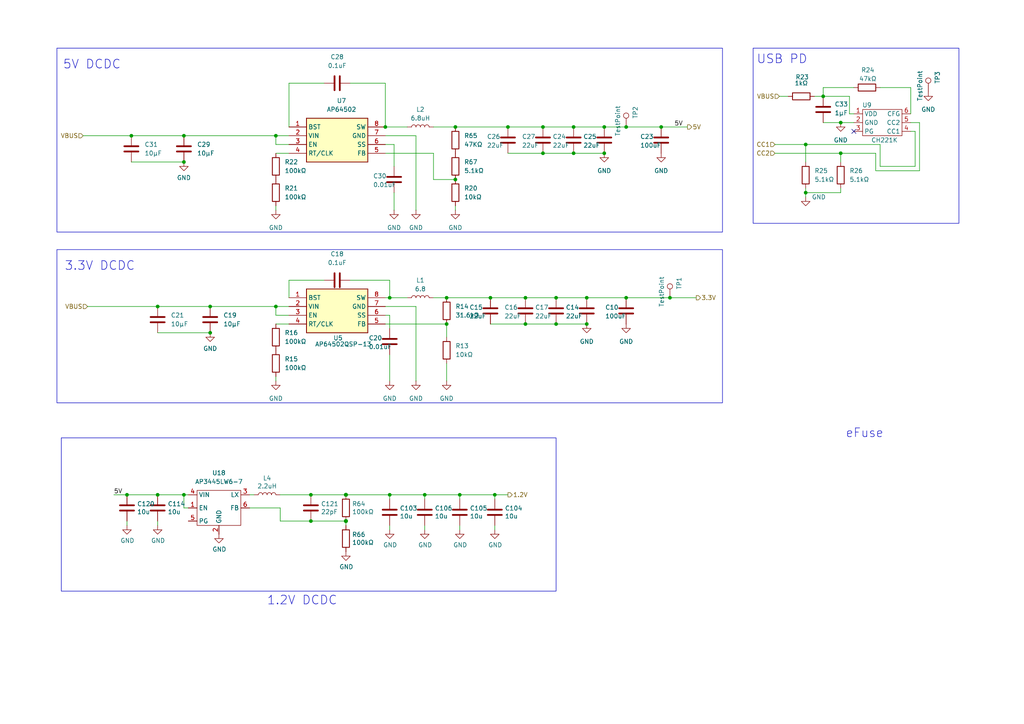
<source format=kicad_sch>
(kicad_sch (version 20231120) (generator "eeschema") (generator_version "8.0")
  (paper "A4")
  (lib_symbols
    (symbol "AP64502QSP-13:AP64502QSP-13"
      (property "Reference" "U" (at 26.67 7.62 0))
      (property "Value" "AP64502QSP-13" (at 26.67 5.08 0))
      (symbol "AP64502QSP-13_1_1"
        (rectangle (start 5.08 2.54) (end 22.86 -10.16) (stroke (width 0.254)) (fill (type background)))
        (pin passive line (at 0 0 0) (length 5.08) (name "BST") (number "1"))
        (pin passive line (at 0 -2.54 0) (length 5.08) (name "VIN") (number "2"))
        (pin passive line (at 0 -5.08 0) (length 5.08) (name "EN") (number "3"))
        (pin passive line (at 0 -7.62 0) (length 5.08) (name "RT/CLK") (number "4"))
        (pin passive line (at 27.94 -7.62 180) (length 5.08) (name "FB") (number "5"))
        (pin passive line (at 27.94 -5.08 180) (length 5.08) (name "SS") (number "6"))
        (pin passive line (at 27.94 -2.54 180) (length 5.08) (name "GND") (number "7"))
        (pin passive line (at 27.94 0 180) (length 5.08) (name "SW") (number "8"))
      )
    )
    (symbol "CH:CH221K"
      (property "Reference" "U" (at -11.43 0 0))
      (property "Value" "CH221K" (at -6.35 -10.16 0))
      (symbol "CH221K_0_1"
        (rectangle (start -12.7 -1.27) (end -1.27 -8.89))
      )
      (symbol "CH221K_1_1"
        (pin power_in line (at -15.24 -2.54 0) (length 2.54) (name "VDD") (number "1"))
        (pin power_in line (at -15.24 -5.08 0) (length 2.54) (name "GND") (number "2"))
        (pin output line (at -15.24 -7.62 0) (length 2.54) (name "PG") (number "3"))
        (pin input line (at 1.27 -7.62 180) (length 2.54) (name "CC1") (number "4"))
        (pin input line (at 1.27 -5.08 180) (length 2.54) (name "CC2") (number "5"))
        (pin input line (at 1.27 -2.54 180) (length 2.54) (name "CFG") (number "6"))
      )
    )
    (symbol "CM5IO:AP3441SHE-7B"
      (property "Reference" "U17" (at 0 11.43 0))
      (property "Value" "AP3445LW6-7" (at 0 8.89 0))
      (symbol "AP3441SHE-7B_0_1"
        (rectangle (start -6.35 6.35) (end 6.35 -3.81))
      )
      (symbol "AP3441SHE-7B_1_1"
        (pin input line (at -8.89 1.27 0) (length 2.54) (name "EN") (number "1"))
        (pin power_in line (at 0 -6.35 90) (length 2.54) (name "GND") (number "2"))
        (pin power_out line (at 8.89 5.08 180) (length 2.54) (name "LX") (number "3"))
        (pin power_in line (at -8.89 5.08 0) (length 2.54) (name "VIN") (number "4"))
        (pin open_collector line (at -8.89 -2.54 0) (length 2.54) (name "PG") (number "5"))
        (pin passive line (at 8.89 1.27 180) (length 2.54) (name "FB") (number "6"))
      )
    )
    (symbol "Connector:TestPoint" (pin_numbers hide) (pin_names (offset 0.762) hide)
      (property "Reference" "TP" (at 0 6.858 0))
      (property "Value" "TestPoint" (at 0 5.08 0))
      (symbol "TestPoint_0_1"
        (circle (center 0 3.302) (radius 0.762))
      )
      (symbol "TestPoint_1_1"
        (pin passive line (at 0 0 90) (length 2.54) (name "1") (number "1"))
      )
    )
    (symbol "Device:C" (pin_numbers hide) (pin_names (offset 0.254))
      (property "Reference" "C" (at 0.635 2.54 0))
      (property "Value" "C" (at 0.635 -2.54 0))
      (symbol "C_0_1"
        (polyline (pts (xy -2.032 -0.762) (xy 2.032 -0.762)) (stroke (width 0.508)))
        (polyline (pts (xy -2.032 0.762) (xy 2.032 0.762)) (stroke (width 0.508)))
      )
      (symbol "C_1_1"
        (pin passive line (at 0 3.81 270) (length 2.794) (name "~") (number "1"))
        (pin passive line (at 0 -3.81 90) (length 2.794) (name "~") (number "2"))
      )
    )
    (symbol "Device:L" (pin_numbers hide) (pin_names (offset 1.016) hide)
      (property "Reference" "L" (at -1.27 0 90))
      (property "Value" "L" (at 1.905 0 90))
      (symbol "L_0_1"
        (arc (start 0 -2.54) (mid 0.6323 -1.905) (end 0 -1.27))
        (arc (start 0 -1.27) (mid 0.6323 -0.635) (end 0 0))
        (arc (start 0 0) (mid 0.6323 0.635) (end 0 1.27))
        (arc (start 0 1.27) (mid 0.6323 1.905) (end 0 2.54))
      )
      (symbol "L_1_1"
        (pin passive line (at 0 3.81 270) (length 1.27) (name "1") (number "1"))
        (pin passive line (at 0 -3.81 90) (length 1.27) (name "2") (number "2"))
      )
    )
    (symbol "Device:R" (pin_numbers hide) (pin_names (offset 0))
      (property "Reference" "R" (at 2.032 0 90))
      (property "Value" "R" (at 0 0 90))
      (symbol "R_0_1"
        (rectangle (start -1.016 -2.54) (end 1.016 2.54) (stroke (width 0.254)))
      )
      (symbol "R_1_1"
        (pin passive line (at 0 3.81 270) (length 1.27) (name "~") (number "1"))
        (pin passive line (at 0 -3.81 90) (length 1.27) (name "~") (number "2"))
      )
    )
    (symbol "GND_1" (power) (pin_numbers hide) (pin_names (offset 0) hide)
      (property "Value" "GND" (at 0 -3.81 0))
      (symbol "GND_1_0_1"
        (polyline (pts (xy 0 0) (xy 0 -1.27) (xy 1.27 -1.27) (xy 0 -2.54) (xy -1.27 -1.27) (xy 0 -1.27)))
      )
      (symbol "GND_1_1_1"
        (pin power_in line (at 0 0 270) (length 0) (name "~") (number "1"))
      )
    )
    (symbol "power:GND" (power) (pin_names (offset 0))
      (property "Value" "GND" (at 0 -3.81 0))
      (symbol "GND_0_1"
        (polyline (pts (xy 0 0) (xy 0 -1.27) (xy 1.27 -1.27) (xy 0 -2.54) (xy -1.27 -1.27) (xy 0 -1.27)))
      )
      (symbol "GND_1_1"
        (pin power_in line (at 0 0 270) (length 0) hide (name "GND") (number "1"))
      )
    )
  )
  (junction (at 238.76 27.94))
  (junction (at 129.54 86.36))
  (junction (at 170.18 86.36))
  (junction (at 152.4 86.36))
  (junction (at 113.03 86.36))
  (junction (at 194.31 86.36))
  (junction (at 36.83 143.51))
  (junction (at 45.72 143.51))
  (junction (at 53.34 39.37))
  (junction (at 129.54 93.98))
  (junction (at 166.37 36.83))
  (junction (at 175.26 44.45))
  (junction (at 152.4 93.98))
  (junction (at 60.96 88.9))
  (junction (at 60.96 96.52))
  (junction (at 181.61 86.36))
  (junction (at 157.48 36.83))
  (junction (at 80.01 88.9))
  (junction (at 38.1 39.37))
  (junction (at 166.37 44.45))
  (junction (at 233.68 41.91))
  (junction (at 170.18 93.98))
  (junction (at 90.17 151.13))
  (junction (at 133.35 143.51))
  (junction (at 53.34 46.99))
  (junction (at 175.26 36.83))
  (junction (at 161.29 86.36))
  (junction (at 132.08 52.07))
  (junction (at 243.84 35.56))
  (junction (at 132.08 36.83))
  (junction (at 45.72 88.9))
  (junction (at 111.76 36.83))
  (junction (at 90.17 143.51))
  (junction (at 143.51 143.51))
  (junction (at 113.03 143.51))
  (junction (at 100.33 143.51) (diameter 1.016))
  (junction (at 80.01 39.37))
  (junction (at 181.61 36.83))
  (junction (at 161.29 93.98))
  (junction (at 191.77 36.83))
  (junction (at 53.34 143.51))
  (junction (at 100.33 151.13) (diameter 1.016))
  (junction (at 142.24 86.36))
  (junction (at 233.68 55.88))
  (junction (at 147.32 36.83))
  (junction (at 157.48 44.45))
  (junction (at 123.19 143.51))
  (junction (at 243.84 44.45))
  (no_connect (at 247.65 38.1))
  (wire (pts (xy 161.29 86.36) (xy 170.18 86.36)))
  (wire (pts (xy 224.79 44.45) (xy 243.84 44.45)))
  (wire (pts (xy 152.4 93.98) (xy 161.29 93.98)))
  (wire (pts (xy 143.51 143.51) (xy 143.51 144.78)))
  (wire (pts (xy 118.11 36.83) (xy 111.76 36.83)))
  (wire (pts (xy 233.68 41.91) (xy 255.27 41.91)))
  (wire (pts (xy 113.03 81.28) (xy 101.6 81.28)))
  (wire (pts (xy 233.68 55.88) (xy 243.84 55.88)))
  (wire (pts (xy 125.73 44.45) (xy 111.76 44.45)))
  (wire (pts (xy 120.65 60.96) (xy 120.65 39.37)))
  (wire (pts (xy 224.79 41.91) (xy 233.68 41.91)))
  (wire (pts (xy 142.24 93.98) (xy 152.4 93.98)))
  (wire (pts (xy 118.11 86.36) (xy 113.03 86.36)))
  (wire (pts (xy 72.39 143.51) (xy 73.66 143.51)))
  (wire (pts (xy 191.77 36.83) (xy 181.61 36.83)))
  (wire (pts (xy 114.3 60.96) (xy 114.3 55.88)))
  (wire (pts (xy 129.54 86.36) (xy 125.73 86.36)))
  (wire (pts (xy 181.61 86.36) (xy 194.31 86.36)))
  (wire (pts (xy 133.35 152.4) (xy 133.35 153.67)))
  (wire (pts (xy 264.16 25.4) (xy 264.16 33.02)))
  (wire (pts (xy 113.03 144.78) (xy 113.03 143.51)))
  (wire (pts (xy 36.83 151.13) (xy 36.83 152.4)))
  (wire (pts (xy 243.84 46.99) (xy 243.84 44.45)))
  (wire (pts (xy 246.38 33.02) (xy 247.65 33.02)))
  (wire (pts (xy 54.61 147.32) (xy 53.34 147.32)))
  (wire (pts (xy 170.18 86.36) (xy 181.61 86.36)))
  (wire (pts (xy 123.19 152.4) (xy 123.19 153.67)))
  (wire (pts (xy 111.76 24.13) (xy 111.76 36.83)))
  (wire (pts (xy 53.34 143.51) (xy 54.61 143.51)))
  (wire (pts (xy 132.08 36.83) (xy 147.32 36.83)))
  (wire (pts (xy 80.01 60.96) (xy 80.01 59.69)))
  (wire (pts (xy 24.13 39.37) (xy 38.1 39.37)))
  (wire (pts (xy 265.43 48.26) (xy 255.27 48.26)))
  (wire (pts (xy 238.76 35.56) (xy 243.84 35.56)))
  (wire (pts (xy 25.4 88.9) (xy 45.72 88.9)))
  (wire (pts (xy 45.72 88.9) (xy 60.96 88.9)))
  (wire (pts (xy 255.27 48.26) (xy 255.27 41.91)))
  (wire (pts (xy 233.68 57.15) (xy 233.68 55.88)))
  (wire (pts (xy 45.72 143.51) (xy 53.34 143.51)))
  (wire (pts (xy 90.17 143.51) (xy 100.33 143.51)))
  (wire (pts (xy 129.54 93.98) (xy 129.54 97.79)))
  (wire (pts (xy 254 44.45) (xy 254 49.53)))
  (wire (pts (xy 142.24 86.36) (xy 152.4 86.36)))
  (wire (pts (xy 246.38 33.02) (xy 246.38 27.94)))
  (wire (pts (xy 264.16 35.56) (xy 266.7 35.56)))
  (wire (pts (xy 194.31 86.36) (xy 201.93 86.36)))
  (wire (pts (xy 123.19 143.51) (xy 123.19 144.78)))
  (wire (pts (xy 80.01 41.91) (xy 83.82 41.91)))
  (wire (pts (xy 238.76 27.94) (xy 238.76 25.4)))
  (wire (pts (xy 113.03 153.67) (xy 113.03 152.4)))
  (wire (pts (xy 125.73 52.07) (xy 125.73 44.45)))
  (wire (pts (xy 100.33 143.51) (xy 113.03 143.51)))
  (wire (pts (xy 81.28 143.51) (xy 90.17 143.51)))
  (wire (pts (xy 114.3 41.91) (xy 114.3 48.26)))
  (wire (pts (xy 90.17 151.13) (xy 100.33 151.13)))
  (wire (pts (xy 238.76 25.4) (xy 247.65 25.4)))
  (wire (pts (xy 166.37 44.45) (xy 175.26 44.45)))
  (wire (pts (xy 113.03 110.49) (xy 113.03 102.87)))
  (wire (pts (xy 265.43 38.1) (xy 265.43 48.26)))
  (wire (pts (xy 38.1 46.99) (xy 53.34 46.99)))
  (wire (pts (xy 125.73 36.83) (xy 132.08 36.83)))
  (wire (pts (xy 53.34 39.37) (xy 80.01 39.37)))
  (wire (pts (xy 133.35 143.51) (xy 143.51 143.51)))
  (wire (pts (xy 120.65 110.49) (xy 120.65 88.9)))
  (wire (pts (xy 120.65 39.37) (xy 111.76 39.37)))
  (wire (pts (xy 133.35 143.51) (xy 133.35 144.78)))
  (wire (pts (xy 80.01 88.9) (xy 80.01 91.44)))
  (wire (pts (xy 255.27 25.4) (xy 264.16 25.4)))
  (wire (pts (xy 93.98 81.28) (xy 83.82 81.28)))
  (wire (pts (xy 120.65 88.9) (xy 111.76 88.9)))
  (wire (pts (xy 143.51 143.51) (xy 147.32 143.51)))
  (wire (pts (xy 83.82 36.83) (xy 83.82 24.13)))
  (wire (pts (xy 129.54 86.36) (xy 142.24 86.36)))
  (wire (pts (xy 226.06 27.94) (xy 228.6 27.94)))
  (wire (pts (xy 83.82 24.13) (xy 93.98 24.13)))
  (wire (pts (xy 111.76 24.13) (xy 101.6 24.13)))
  (wire (pts (xy 243.84 55.88) (xy 243.84 54.61)))
  (wire (pts (xy 236.22 27.94) (xy 238.76 27.94)))
  (wire (pts (xy 100.33 152.4) (xy 100.33 151.13)))
  (wire (pts (xy 80.01 39.37) (xy 83.82 39.37)))
  (wire (pts (xy 45.72 96.52) (xy 60.96 96.52)))
  (wire (pts (xy 114.3 41.91) (xy 111.76 41.91)))
  (wire (pts (xy 243.84 35.56) (xy 247.65 35.56)))
  (wire (pts (xy 36.83 143.51) (xy 45.72 143.51)))
  (wire (pts (xy 53.34 147.32) (xy 53.34 143.51)))
  (wire (pts (xy 81.28 151.13) (xy 90.17 151.13)))
  (wire (pts (xy 147.32 36.83) (xy 157.48 36.83)))
  (wire (pts (xy 233.68 46.99) (xy 233.68 41.91)))
  (wire (pts (xy 38.1 39.37) (xy 53.34 39.37)))
  (wire (pts (xy 80.01 93.98) (xy 83.82 93.98)))
  (wire (pts (xy 113.03 86.36) (xy 111.76 86.36)))
  (wire (pts (xy 80.01 44.45) (xy 83.82 44.45)))
  (wire (pts (xy 264.16 38.1) (xy 265.43 38.1)))
  (wire (pts (xy 233.68 55.88) (xy 233.68 54.61)))
  (wire (pts (xy 143.51 152.4) (xy 143.51 153.67)))
  (wire (pts (xy 113.03 86.36) (xy 113.03 81.28)))
  (wire (pts (xy 199.39 36.83) (xy 191.77 36.83)))
  (wire (pts (xy 80.01 39.37) (xy 80.01 41.91)))
  (wire (pts (xy 33.02 143.51) (xy 36.83 143.51)))
  (wire (pts (xy 81.28 147.32) (xy 81.28 151.13)))
  (wire (pts (xy 254 49.53) (xy 266.7 49.53)))
  (wire (pts (xy 266.7 35.56) (xy 266.7 49.53)))
  (wire (pts (xy 152.4 86.36) (xy 161.29 86.36)))
  (wire (pts (xy 161.29 93.98) (xy 170.18 93.98)))
  (wire (pts (xy 45.72 151.13) (xy 45.72 152.4)))
  (wire (pts (xy 80.01 88.9) (xy 83.82 88.9)))
  (wire (pts (xy 166.37 36.83) (xy 175.26 36.83)))
  (wire (pts (xy 72.39 147.32) (xy 81.28 147.32)))
  (wire (pts (xy 80.01 110.49) (xy 80.01 109.22)))
  (wire (pts (xy 113.03 91.44) (xy 111.76 91.44)))
  (wire (pts (xy 60.96 88.9) (xy 80.01 88.9)))
  (wire (pts (xy 129.54 105.41) (xy 129.54 110.49)))
  (wire (pts (xy 243.84 44.45) (xy 254 44.45)))
  (wire (pts (xy 80.01 91.44) (xy 83.82 91.44)))
  (wire (pts (xy 238.76 27.94) (xy 246.38 27.94)))
  (wire (pts (xy 113.03 143.51) (xy 123.19 143.51)))
  (wire (pts (xy 83.82 81.28) (xy 83.82 86.36)))
  (wire (pts (xy 157.48 44.45) (xy 166.37 44.45)))
  (wire (pts (xy 147.32 44.45) (xy 157.48 44.45)))
  (wire (pts (xy 113.03 95.25) (xy 113.03 91.44)))
  (wire (pts (xy 125.73 52.07) (xy 132.08 52.07)))
  (wire (pts (xy 132.08 60.96) (xy 132.08 59.69)))
  (wire (pts (xy 111.76 93.98) (xy 129.54 93.98)))
  (wire (pts (xy 181.61 36.83) (xy 175.26 36.83)))
  (wire (pts (xy 123.19 143.51) (xy 133.35 143.51)))
  (wire (pts (xy 157.48 36.83) (xy 166.37 36.83)))
  (rectangle (start 16.51 13.97) (end 209.55 67.31))
  (rectangle (start 17.78 127) (end 161.29 171.45))
  (rectangle (start 16.51 72.39) (end 209.55 116.84))
  (rectangle (start 218.44 13.97) (end 278.13 64.77))
  (text "5V DCDC\n" (at 26.67 18.796 0) (effects (font (size 2.54 2.54))))
  (text "eFuse" (at 250.7899 125.73 0) (effects (font (size 2.54 2.54))))
  (text "1.2V DCDC\n" (at 87.63 174.244 0) (effects (font (size 2.54 2.54))))
  (text "3.3V DCDC\n" (at 28.956 77.216 0) (effects (font (size 2.54 2.54))))
  (text "USB PD" (at 226.822 17.272 0) (effects (font (size 2.54 2.54))))
  (label "5V" (at 195.58 36.83 0))
  (label "5V" (at 33.02 143.51 0))
  (hierarchical_label "3.3V" (shape output) (at 201.93 86.36 0))
  (hierarchical_label "VBUS" (shape input) (at 24.13 39.37 180))
  (hierarchical_label "VBUS" (shape input) (at 226.06 27.94 180))
  (hierarchical_label "5V" (shape output) (at 199.39 36.83 0))
  (hierarchical_label "CC2" (shape input) (at 224.79 44.45 180))
  (hierarchical_label "CC1" (shape input) (at 224.79 41.91 180))
  (hierarchical_label "1.2V" (shape output) (at 147.32 143.51 0))
  (hierarchical_label "VBUS" (shape input) (at 25.4 88.9 180))
  (symbol (lib_name "GND_1") (lib_id "power:GND") (at 170.18 93.98 0) (unit 1)
    (property "Reference" "#PWR048" (effects (hide yes)))
    (property "Value" "GND" (at 170.18 99.06 0))
    (property "Description" "Power symbol creates a global label with name \"GND\" , ground" (effects (hide yes)))
  )
  (symbol (lib_id "Device:C") (at 60.96 92.71 0) (unit 1)
    (property "Reference" "C19" (at 64.77 91.4399 0) (effects (justify left)))
    (property "Value" "10μF" (at 64.77 93.9799 0) (effects (justify left)))
    (property "Footprint" "Capacitor_SMD:C_1210_3225Metric_Pad1.33x2.70mm_HandSolder" (effects (hide yes)))
    (property "Description" "Unpolarized capacitor" (effects (hide yes)))
  )
  (symbol (lib_id "CM5IO:AP3441SHE-7B") (at 63.5 148.59 0) (unit 1)
    (property "Reference" "U18" (at 63.5 137.16 0))
    (property "Value" "AP3445LW6-7" (at 63.5 139.7 0))
    (property "Footprint" "Package_TO_SOT_SMD:SOT-23-6_Handsoldering" (effects (hide yes)))
    (property "Datasheet" "https://www.diodes.com/assets/Datasheets/AP3441-L.pdf" (effects (hide yes)))
    (property "Field5" "AP3441SHE-7B" (effects (hide yes)))
    (property "Field6" "AP3441SHE-7B" (effects (hide yes)))
    (property "Field7" "Diodes" (effects (hide yes)))
    (property "Part Description" "3A DC-DC converter" (effects (hide yes)))
  )
  (symbol (lib_id "Device:C") (at 38.1 43.18 0) (unit 1)
    (property "Reference" "C31" (at 41.91 41.9099 0) (effects (justify left)))
    (property "Value" "10μF" (at 41.91 44.4499 0) (effects (justify left)))
    (property "Footprint" "Capacitor_SMD:C_1210_3225Metric_Pad1.33x2.70mm_HandSolder" (effects (hide yes)))
    (property "Description" "Unpolarized capacitor" (effects (hide yes)))
  )
  (symbol (lib_name "GND_1") (lib_id "power:GND") (at 191.77 44.45 0) (unit 1)
    (property "Reference" "#PWR051" (effects (hide yes)))
    (property "Value" "GND" (at 191.77 49.53 0))
    (property "Description" "Power symbol creates a global label with name \"GND\" , ground" (effects (hide yes)))
  )
  (symbol (lib_id "Device:C") (at 161.29 90.17 180) (unit 1)
    (property "Reference" "C17" (at 155.194 89.154 0) (effects (justify right)))
    (property "Value" "22uF" (at 155.194 91.694 0) (effects (justify right)))
    (property "Footprint" "Capacitor_SMD:C_1206_3216Metric_Pad1.33x1.80mm_HandSolder" (effects (hide yes)))
    (property "Description" "Unpolarized capacitor" (effects (hide yes)))
  )
  (symbol (lib_id "AP64502QSP-13:AP64502QSP-13") (at 83.82 36.83 0) (unit 1)
    (property "Reference" "U7" (at 99.06 29.21 0))
    (property "Value" "AP64502" (at 99.06 31.75 0))
    (property "Footprint" "CM5IO:SOIC127P600X163-9N" (effects (hide yes)))
    (property "Datasheet" "https://www.diodes.com/assets/Datasheets/AP64502Q.pdf" (effects (hide yes)))
  )
  (symbol (lib_id "Device:C") (at 45.72 147.32 0) (unit 1)
    (property "Reference" "C114" (at 48.641 146.1516 0) (effects (justify left)))
    (property "Value" "10u" (at 48.641 148.463 0) (effects (justify left)))
    (property "Footprint" "Capacitor_SMD:C_0805_2012Metric" (effects (hide yes)))
    (property "Datasheet" "https://search.murata.co.jp/Ceramy/image/img/A01X/G101/ENG/GRM21BR71A106KA73-01.pdf" (effects (hide yes)))
    (property "Field4" "Digikey" (effects (hide yes)))
    (property "Field5" "490-14381-1-ND" (effects (hide yes)))
    (property "Field6" "GRM21BR71A106KA73L" (effects (hide yes)))
    (property "Field7" "Murata" (effects (hide yes)))
    (property "Field8" "111893011" (effects (hide yes)))
    (property "Part Description" "	10uF 10% 10V Ceramic Capacitor X7R 0805 (2012 Metric)" (effects (hide yes)))
  )
  (symbol (lib_id "Device:C") (at 97.79 81.28 90) (unit 1)
    (property "Reference" "C18" (at 97.79 73.66 90))
    (property "Value" "0.1uF" (at 97.79 76.2 90))
    (property "Footprint" "Capacitor_SMD:C_0603_1608Metric_Pad1.08x0.95mm_HandSolder" (effects (hide yes)))
    (property "Description" "Unpolarized capacitor" (effects (hide yes)))
  )
  (symbol (lib_id "Device:C") (at 114.3 52.07 180) (unit 1)
    (property "Reference" "C30" (at 108.204 51.054 0) (effects (justify right)))
    (property "Value" "0.01uF" (at 108.204 53.594 0) (effects (justify right)))
    (property "Footprint" "Capacitor_SMD:C_0603_1608Metric_Pad1.08x0.95mm_HandSolder" (effects (hide yes)))
    (property "Description" "Unpolarized capacitor" (effects (hide yes)))
  )
  (symbol (lib_id "power:GND") (at 100.33 160.02 0) (unit 1)
    (property "Reference" "#PWR0508" (effects (hide yes)))
    (property "Value" "GND" (at 100.457 164.4142 0))
    (property "Description" "Power symbol creates a global label with name \"GND\" , ground" (effects (hide yes)))
  )
  (symbol (lib_id "Device:C") (at 238.76 31.75 0) (unit 1)
    (property "Reference" "C33" (at 242.062 30.226 0) (effects (justify left)))
    (property "Value" "1μF" (at 242.062 32.766 0) (effects (justify left)))
    (property "Footprint" "Capacitor_SMD:C_0805_2012Metric_Pad1.18x1.45mm_HandSolder" (effects (hide yes)))
  )
  (symbol (lib_id "power:GND") (at 36.83 152.4 0) (unit 1)
    (property "Reference" "#PWR0501" (effects (hide yes)))
    (property "Value" "GND" (at 36.957 156.7942 0))
    (property "Description" "Power symbol creates a global label with name \"GND\" , ground" (effects (hide yes)))
  )
  (symbol (lib_id "Device:R") (at 100.33 147.32 0) (unit 1)
    (property "Reference" "R64" (at 102.108 146.1516 0) (effects (justify left)))
    (property "Value" "100kΩ" (at 102.108 148.463 0) (effects (justify left)))
    (property "Footprint" "Resistor_SMD:R_0603_1608Metric_Pad0.98x0.95mm_HandSolder" (effects (hide yes)))
    (property "Datasheet" "https://fscdn.rohm.com/en/products/databook/datasheet/passive/resistor/chip_resistor/mcr-e.pdf" (effects (hide yes)))
    (property "Field4" "Farnell" (effects (hide yes)))
    (property "Field7" "Rohm" (effects (hide yes)))
    (property "Field6" "MCR01MZPF1002" (effects (hide yes)))
    (property "Part Description" "Resistor 10K M1005 1% 63mW" (effects (hide yes)))
  )
  (symbol (lib_id "Connector:TestPoint") (at 181.61 36.83 0) (unit 1)
    (property "Reference" "TP2" (at 184.277 34.4678 90) (effects (justify left)))
    (property "Value" "TestPoint" (at 179.197 39.5478 90) (effects (justify left)))
    (property "Footprint" "TestPoint:TestPoint_Pad_2.0x2.0mm" (effects (hide yes)))
    (property "Field4" "nf" (effects (hide yes)))
    (property "Field5" "nf" (effects (hide yes)))
    (property "Field6" "nf" (effects (hide yes)))
    (property "Field7" "nf" (effects (hide yes)))
    (property "Part Description" "Test point" (effects (hide yes)))
  )
  (symbol (lib_id "power:GND") (at 133.35 153.67 0) (unit 1)
    (property "Reference" "#PWR0511" (effects (hide yes)))
    (property "Value" "GND" (at 133.477 158.0642 0))
    (property "Description" "Power symbol creates a global label with name \"GND\" , ground" (effects (hide yes)))
  )
  (symbol (lib_id "Device:L") (at 121.92 36.83 90) (unit 1)
    (property "Reference" "L2" (at 121.92 31.75 90))
    (property "Value" "6.8uH" (at 121.92 34.29 90))
    (property "Footprint" "CM5IO:INDPM7066X300N" (effects (hide yes)))
    (property "Description" "Inductor" (effects (hide yes)))
  )
  (symbol (lib_id "Device:R") (at 129.54 90.17 0) (unit 1)
    (property "Reference" "R14" (at 132.08 88.8999 0) (effects (justify left)))
    (property "Value" "31.6kΩ" (at 132.08 91.4399 0) (effects (justify left)))
    (property "Footprint" "Resistor_SMD:R_0603_1608Metric_Pad0.98x0.95mm_HandSolder" (effects (hide yes)))
    (property "Description" "Resistor" (effects (hide yes)))
  )
  (symbol (lib_id "Device:R") (at 233.68 50.8 0) (unit 1)
    (property "Reference" "R25" (at 236.22 49.53 0) (effects (justify left)))
    (property "Value" "5.1kΩ" (at 236.22 52.07 0) (effects (justify left)))
    (property "Footprint" "Resistor_SMD:R_0603_1608Metric_Pad0.98x0.95mm_HandSolder" (effects (hide yes)))
  )
  (symbol (lib_name "GND_1") (lib_id "power:GND") (at 120.65 60.96 0) (unit 1)
    (property "Reference" "#PWR043" (effects (hide yes)))
    (property "Value" "GND" (at 120.65 66.04 0))
    (property "Description" "Power symbol creates a global label with name \"GND\" , ground" (effects (hide yes)))
  )
  (symbol (lib_id "Device:C") (at 123.19 148.59 0) (unit 1)
    (property "Reference" "C106" (at 126.111 147.4216 0) (effects (justify left)))
    (property "Value" "10u" (at 126.111 149.733 0) (effects (justify left)))
    (property "Footprint" "Capacitor_SMD:C_0805_2012Metric" (effects (hide yes)))
    (property "Datasheet" "https://search.murata.co.jp/Ceramy/image/img/A01X/G101/ENG/GRM21BR71A106KA73-01.pdf" (effects (hide yes)))
    (property "Field4" "Digikey" (effects (hide yes)))
    (property "Field5" "490-14381-1-ND" (effects (hide yes)))
    (property "Field6" "GRM21BR71A106KA73L" (effects (hide yes)))
    (property "Field7" "Murata" (effects (hide yes)))
    (property "Field8" "111893011" (effects (hide yes)))
    (property "Part Description" "	10uF 10% 10V Ceramic Capacitor X7R 0805 (2012 Metric)" (effects (hide yes)))
  )
  (symbol (lib_id "Device:C") (at 147.32 40.64 180) (unit 1)
    (property "Reference" "C26" (at 141.224 39.624 0) (effects (justify right)))
    (property "Value" "22uF" (at 141.224 42.164 0) (effects (justify right)))
    (property "Footprint" "Capacitor_SMD:C_1206_3216Metric_Pad1.33x1.80mm_HandSolder" (effects (hide yes)))
    (property "Description" "Unpolarized capacitor" (effects (hide yes)))
  )
  (symbol (lib_name "GND_1") (lib_id "power:GND") (at 132.08 60.96 0) (unit 1)
    (property "Reference" "#PWR046" (effects (hide yes)))
    (property "Value" "GND" (at 132.08 66.04 0))
    (property "Description" "Power symbol creates a global label with name \"GND\" , ground" (effects (hide yes)))
  )
  (symbol (lib_id "Device:R") (at 80.01 97.79 0) (unit 1)
    (property "Reference" "R16" (at 82.55 96.5199 0) (effects (justify left)))
    (property "Value" "100kΩ" (at 82.55 99.0599 0) (effects (justify left)))
    (property "Footprint" "Resistor_SMD:R_0603_1608Metric_Pad0.98x0.95mm_HandSolder" (effects (hide yes)))
    (property "Description" "Resistor" (effects (hide yes)))
  )
  (symbol (lib_id "power:GND") (at 243.84 35.56 0) (unit 1)
    (property "Reference" "#PWR033" (effects (hide yes)))
    (property "Value" "GND" (at 243.84 40.64 0))
  )
  (symbol (lib_id "Device:C") (at 142.24 90.17 180) (unit 1)
    (property "Reference" "C15" (at 136.144 89.154 0) (effects (justify right)))
    (property "Value" "22uF" (at 136.144 91.694 0) (effects (justify right)))
    (property "Footprint" "Capacitor_SMD:C_1206_3216Metric_Pad1.33x1.80mm_HandSolder" (effects (hide yes)))
    (property "Description" "Unpolarized capacitor" (effects (hide yes)))
  )
  (symbol (lib_id "Device:C") (at 152.4 90.17 180) (unit 1)
    (property "Reference" "C16" (at 146.304 89.154 0) (effects (justify right)))
    (property "Value" "22uF" (at 146.304 91.694 0) (effects (justify right)))
    (property "Footprint" "Capacitor_SMD:C_1206_3216Metric_Pad1.33x1.80mm_HandSolder" (effects (hide yes)))
    (property "Description" "Unpolarized capacitor" (effects (hide yes)))
  )
  (symbol (lib_id "AP64502QSP-13:AP64502QSP-13") (at 83.82 86.36 0) (unit 1)
    (property "Reference" "U5" (at 98.044 98.044 0))
    (property "Value" "AP64502QSP-13" (at 99.568 99.822 0))
    (property "Footprint" "CM5IO:SOIC127P600X163-9N" (effects (hide yes)))
    (property "Datasheet" "https://www.diodes.com/assets/Datasheets/AP64502Q.pdf" (effects (hide yes)))
    (property "Description" "Switching Voltage Regulators DCDC Conv HV Buck SO-8EP T&R 4K" (effects (hide yes)))
    (property "Height" "1.63" (effects (hide yes)))
    (property "Manufacturer_Name" "Diodes Incorporated" (effects (hide yes)))
    (property "Manufacturer_Part_Number" "AP64502QSP-13" (effects (hide yes)))
    (property "Mouser Part Number" "621-AP64502QSP-13" (effects (hide yes)))
    (property "Mouser Price/Stock" "https://www.mouser.co.uk/ProductDetail/Diodes-Incorporated/AP64502QSP-13?qs=IS%252B4QmGtzzowUaGiBacWLA%3D%3D" (effects (hide yes)))
    (property "Arrow Part Number" "AP64502QSP-13" (effects (hide yes)))
    (property "Arrow Price/Stock" "https://www.arrow.com/en/products/ap64502qsp-13/diodes-incorporated?region=nac" (effects (hide yes)))
  )
  (symbol (lib_id "Device:C") (at 90.17 147.32 0) (unit 1)
    (property "Reference" "C121" (at 93.091 146.1516 0) (effects (justify left)))
    (property "Value" "22pF" (at 93.091 148.463 0) (effects (justify left)))
    (property "Footprint" "Capacitor_SMD:C_0603_1608Metric_Pad1.08x0.95mm_HandSolder" (effects (hide yes)))
    (property "Part Description" "4.7nF capacitor 0402" (effects (hide yes)))
  )
  (symbol (lib_id "Device:R") (at 80.01 48.26 0) (unit 1)
    (property "Reference" "R22" (at 82.55 46.9899 0) (effects (justify left)))
    (property "Value" "100kΩ" (at 82.55 49.5299 0) (effects (justify left)))
    (property "Footprint" "Resistor_SMD:R_0603_1608Metric_Pad0.98x0.95mm_HandSolder" (effects (hide yes)))
    (property "Description" "Resistor" (effects (hide yes)))
  )
  (symbol (lib_id "Device:R") (at 232.41 27.94 90) (unit 1)
    (property "Reference" "R23" (at 232.664 22.352 90))
    (property "Value" "1kΩ" (at 232.41 24.13 90))
    (property "Footprint" "Resistor_SMD:R_0603_1608Metric_Pad0.98x0.95mm_HandSolder" (effects (hide yes)))
  )
  (symbol (lib_id "Device:R") (at 80.01 55.88 0) (unit 1)
    (property "Reference" "R21" (at 82.55 54.6099 0) (effects (justify left)))
    (property "Value" "100kΩ" (at 82.55 57.1499 0) (effects (justify left)))
    (property "Footprint" "Resistor_SMD:R_0603_1608Metric_Pad0.98x0.95mm_HandSolder" (effects (hide yes)))
    (property "Description" "Resistor" (effects (hide yes)))
  )
  (symbol (lib_id "power:GND") (at 113.03 153.67 0) (unit 1)
    (property "Reference" "#PWR0509" (effects (hide yes)))
    (property "Value" "GND" (at 113.157 158.0642 0))
    (property "Description" "Power symbol creates a global label with name \"GND\" , ground" (effects (hide yes)))
  )
  (symbol (lib_id "Device:C") (at 97.79 24.13 90) (unit 1)
    (property "Reference" "C28" (at 97.79 16.51 90))
    (property "Value" "0.1uF" (at 97.79 19.05 90))
    (property "Footprint" "Capacitor_SMD:C_0603_1608Metric_Pad1.08x0.95mm_HandSolder" (effects (hide yes)))
    (property "Description" "Unpolarized capacitor" (effects (hide yes)))
  )
  (symbol (lib_id "Device:C") (at 45.72 92.71 0) (unit 1)
    (property "Reference" "C21" (at 49.53 91.4399 0) (effects (justify left)))
    (property "Value" "10μF" (at 49.53 93.9799 0) (effects (justify left)))
    (property "Footprint" "Capacitor_SMD:C_1210_3225Metric_Pad1.33x2.70mm_HandSolder" (effects (hide yes)))
    (property "Description" "Unpolarized capacitor" (effects (hide yes)))
  )
  (symbol (lib_id "Device:R") (at 243.84 50.8 0) (unit 1)
    (property "Reference" "R26" (at 246.38 49.53 0) (effects (justify left)))
    (property "Value" "5.1kΩ" (at 246.38 52.07 0) (effects (justify left)))
    (property "Footprint" "Resistor_SMD:R_0603_1608Metric_Pad0.98x0.95mm_HandSolder" (effects (hide yes)))
  )
  (symbol (lib_id "Connector:TestPoint") (at 269.24 26.67 0) (unit 1)
    (property "Reference" "TP3" (at 271.907 24.3078 90) (effects (justify left)))
    (property "Value" "TestPoint" (at 266.827 29.3878 90) (effects (justify left)))
    (property "Footprint" "TestPoint:TestPoint_Pad_2.0x2.0mm" (effects (hide yes)))
    (property "Field4" "nf" (effects (hide yes)))
    (property "Field5" "nf" (effects (hide yes)))
    (property "Field6" "nf" (effects (hide yes)))
    (property "Field7" "nf" (effects (hide yes)))
    (property "Part Description" "Test point" (effects (hide yes)))
  )
  (symbol (lib_id "Device:L") (at 121.92 86.36 90) (unit 1)
    (property "Reference" "L1" (at 121.92 81.28 90))
    (property "Value" "6.8" (at 121.92 83.82 90))
    (property "Footprint" "CM5IO:INDPM7066X300N" (effects (hide yes)))
    (property "Description" "Inductor" (effects (hide yes)))
  )
  (symbol (lib_id "Device:R") (at 132.08 48.26 0) (unit 1)
    (property "Reference" "R67" (at 134.62 46.9899 0) (effects (justify left)))
    (property "Value" "5.1kΩ" (at 134.62 49.5299 0) (effects (justify left)))
    (property "Footprint" "Resistor_SMD:R_0603_1608Metric_Pad0.98x0.95mm_HandSolder" (effects (hide yes)))
    (property "Description" "Resistor" (effects (hide yes)))
  )
  (symbol (lib_id "power:GND") (at 143.51 153.67 0) (unit 1)
    (property "Reference" "#PWR0512" (effects (hide yes)))
    (property "Value" "GND" (at 143.637 158.0642 0))
    (property "Description" "Power symbol creates a global label with name \"GND\" , ground" (effects (hide yes)))
  )
  (symbol (lib_id "Device:R") (at 132.08 40.64 0) (unit 1)
    (property "Reference" "R65" (at 134.62 39.3699 0) (effects (justify left)))
    (property "Value" "47KΩ" (at 134.62 41.9099 0) (effects (justify left)))
    (property "Footprint" "Resistor_SMD:R_0603_1608Metric_Pad0.98x0.95mm_HandSolder" (effects (hide yes)))
    (property "Description" "Resistor" (effects (hide yes)))
  )
  (symbol (lib_name "GND_1") (lib_id "power:GND") (at 129.54 110.49 0) (unit 1)
    (property "Reference" "#PWR047" (effects (hide yes)))
    (property "Value" "GND" (at 129.54 115.57 0))
    (property "Description" "Power symbol creates a global label with name \"GND\" , ground" (effects (hide yes)))
  )
  (symbol (lib_id "Device:C") (at 181.61 90.17 180) (unit 1)
    (property "Reference" "C10" (at 175.514 89.154 0) (effects (justify right)))
    (property "Value" "100uF" (at 175.514 91.694 0) (effects (justify right)))
    (property "Footprint" "Capacitor_Tantalum_SMD:CP_EIA-7343-30_AVX-N_Pad2.25x2.55mm_HandSolder" (effects (hide yes)))
    (property "Description" "Unpolarized capacitor" (effects (hide yes)))
  )
  (symbol (lib_id "Device:C") (at 166.37 40.64 180) (unit 1)
    (property "Reference" "C24" (at 160.274 39.624 0) (effects (justify right)))
    (property "Value" "22uF" (at 160.274 42.164 0) (effects (justify right)))
    (property "Footprint" "Capacitor_SMD:C_1206_3216Metric_Pad1.33x1.80mm_HandSolder" (effects (hide yes)))
    (property "Description" "Unpolarized capacitor" (effects (hide yes)))
  )
  (symbol (lib_name "GND_1") (lib_id "power:GND") (at 120.65 110.49 0) (unit 1)
    (property "Reference" "#PWR044" (effects (hide yes)))
    (property "Value" "GND" (at 120.65 115.57 0))
    (property "Description" "Power symbol creates a global label with name \"GND\" , ground" (effects (hide yes)))
  )
  (symbol (lib_name "GND_1") (lib_id "power:GND") (at 113.03 110.49 0) (unit 1)
    (property "Reference" "#PWR041" (effects (hide yes)))
    (property "Value" "GND" (at 113.03 115.57 0))
    (property "Description" "Power symbol creates a global label with name \"GND\" , ground" (effects (hide yes)))
  )
  (symbol (lib_id "power:GND") (at 123.19 153.67 0) (unit 1)
    (property "Reference" "#PWR0510" (effects (hide yes)))
    (property "Value" "GND" (at 123.317 158.0642 0))
    (property "Description" "Power symbol creates a global label with name \"GND\" , ground" (effects (hide yes)))
  )
  (symbol (lib_id "Device:R") (at 251.46 25.4 90) (unit 1)
    (property "Reference" "R24" (at 251.714 20.32 90))
    (property "Value" "47kΩ" (at 251.714 22.86 90))
    (property "Footprint" "Resistor_SMD:R_0603_1608Metric_Pad0.98x0.95mm_HandSolder" (effects (hide yes)))
  )
  (symbol (lib_id "power:GND") (at 60.96 96.52 0) (unit 1)
    (property "Reference" "#PWR035" (effects (hide yes)))
    (property "Value" "GND" (at 60.96 101.092 0))
  )
  (symbol (lib_name "GND_1") (lib_id "power:GND") (at 175.26 44.45 0) (unit 1)
    (property "Reference" "#PWR049" (effects (hide yes)))
    (property "Value" "GND" (at 175.26 49.53 0))
    (property "Description" "Power symbol creates a global label with name \"GND\" , ground" (effects (hide yes)))
  )
  (symbol (lib_id "Device:C") (at 175.26 40.64 180) (unit 1)
    (property "Reference" "C25" (at 169.164 39.624 0) (effects (justify right)))
    (property "Value" "22uF" (at 169.164 42.164 0) (effects (justify right)))
    (property "Footprint" "Capacitor_SMD:C_1206_3216Metric_Pad1.33x1.80mm_HandSolder" (effects (hide yes)))
    (property "Description" "Unpolarized capacitor" (effects (hide yes)))
  )
  (symbol (lib_id "Device:C") (at 143.51 148.59 0) (unit 1)
    (property "Reference" "C104" (at 146.431 147.4216 0) (effects (justify left)))
    (property "Value" "10u" (at 146.431 149.733 0) (effects (justify left)))
    (property "Footprint" "Capacitor_SMD:C_0805_2012Metric" (effects (hide yes)))
    (property "Datasheet" "https://search.murata.co.jp/Ceramy/image/img/A01X/G101/ENG/GRM21BR71A106KA73-01.pdf" (effects (hide yes)))
    (property "Field4" "Digikey" (effects (hide yes)))
    (property "Field5" "490-14381-1-ND" (effects (hide yes)))
    (property "Field6" "GRM21BR71A106KA73L" (effects (hide yes)))
    (property "Field7" "Murata" (effects (hide yes)))
    (property "Field8" "111893011" (effects (hide yes)))
    (property "Part Description" "	10uF 10% 10V Ceramic Capacitor X7R 0805 (2012 Metric)" (effects (hide yes)))
  )
  (symbol (lib_id "Device:C") (at 53.34 43.18 0) (unit 1)
    (property "Reference" "C29" (at 57.15 41.9099 0) (effects (justify left)))
    (property "Value" "10μF" (at 57.15 44.4499 0) (effects (justify left)))
    (property "Footprint" "Capacitor_SMD:C_1210_3225Metric_Pad1.33x2.70mm_HandSolder" (effects (hide yes)))
    (property "Description" "Unpolarized capacitor" (effects (hide yes)))
  )
  (symbol (lib_id "Device:C") (at 191.77 40.64 180) (unit 1)
    (property "Reference" "C23" (at 185.674 39.624 0) (effects (justify right)))
    (property "Value" "100uF" (at 185.674 42.164 0) (effects (justify right)))
    (property "Footprint" "Capacitor_Tantalum_SMD:CP_EIA-7343-30_AVX-N_Pad2.25x2.55mm_HandSolder" (effects (hide yes)))
    (property "Description" "Unpolarized capacitor" (effects (hide yes)))
  )
  (symbol (lib_id "power:GND") (at 233.68 57.15 0) (unit 1)
    (property "Reference" "#PWR032" (effects (hide yes)))
    (property "Value" "GND" (at 237.49 57.15 0))
  )
  (symbol (lib_id "Device:C") (at 157.48 40.64 180) (unit 1)
    (property "Reference" "C27" (at 151.384 39.624 0) (effects (justify right)))
    (property "Value" "22uF" (at 151.384 42.164 0) (effects (justify right)))
    (property "Footprint" "Capacitor_SMD:C_1206_3216Metric_Pad1.33x1.80mm_HandSolder" (effects (hide yes)))
    (property "Description" "Unpolarized capacitor" (effects (hide yes)))
  )
  (symbol (lib_name "GND_1") (lib_id "power:GND") (at 181.61 93.98 0) (unit 1)
    (property "Reference" "#PWR050" (effects (hide yes)))
    (property "Value" "GND" (at 181.61 99.06 0))
    (property "Description" "Power symbol creates a global label with name \"GND\" , ground" (effects (hide yes)))
  )
  (symbol (lib_id "Device:R") (at 100.33 156.21 0) (unit 1)
    (property "Reference" "R66" (at 102.108 155.0416 0) (effects (justify left)))
    (property "Value" "100kΩ" (at 102.108 157.353 0) (effects (justify left)))
    (property "Footprint" "Resistor_SMD:R_0603_1608Metric_Pad0.98x0.95mm_HandSolder" (effects (hide yes)))
    (property "Datasheet" "https://fscdn.rohm.com/en/products/databook/datasheet/passive/resistor/chip_resistor/mcr-e.pdf" (effects (hide yes)))
    (property "Field4" "Farnell" (effects (hide yes)))
    (property "Part Description" "Resistor 2.2K M1005 1% 63mW" (effects (hide yes)))
  )
  (symbol (lib_id "Device:R") (at 132.08 55.88 0) (unit 1)
    (property "Reference" "R20" (at 134.62 54.6099 0) (effects (justify left)))
    (property "Value" "10kΩ" (at 134.62 57.1499 0) (effects (justify left)))
    (property "Footprint" "Resistor_SMD:R_0603_1608Metric_Pad0.98x0.95mm_HandSolder" (effects (hide yes)))
    (property "Description" "Resistor" (effects (hide yes)))
  )
  (symbol (lib_id "Device:C") (at 170.18 90.17 180) (unit 1)
    (property "Reference" "C14" (at 164.084 89.154 0) (effects (justify right)))
    (property "Value" "22uF" (at 164.084 91.694 0) (effects (justify right)))
    (property "Footprint" "Capacitor_SMD:C_1206_3216Metric_Pad1.33x1.80mm_HandSolder" (effects (hide yes)))
    (property "Description" "Unpolarized capacitor" (effects (hide yes)))
  )
  (symbol (lib_id "Device:C") (at 36.83 147.32 0) (unit 1)
    (property "Reference" "C120" (at 39.751 146.1516 0) (effects (justify left)))
    (property "Value" "10u" (at 39.751 148.463 0) (effects (justify left)))
    (property "Footprint" "Capacitor_SMD:C_0805_2012Metric" (effects (hide yes)))
    (property "Datasheet" "https://search.murata.co.jp/Ceramy/image/img/A01X/G101/ENG/GRM21BR71A106KA73-01.pdf" (effects (hide yes)))
    (property "Field4" "Digikey" (effects (hide yes)))
    (property "Field5" "490-14381-1-ND" (effects (hide yes)))
    (property "Field6" "GRM21BR71A106KA73L" (effects (hide yes)))
    (property "Field7" "Murata" (effects (hide yes)))
    (property "Field8" "111893011" (effects (hide yes)))
    (property "Part Description" "	10uF 10% 10V Ceramic Capacitor X7R 0805 (2012 Metric)" (effects (hide yes)))
  )
  (symbol (lib_id "Device:C") (at 113.03 99.06 180) (unit 1)
    (property "Reference" "C20" (at 106.934 98.044 0) (effects (justify right)))
    (property "Value" "0.01uF" (at 106.934 100.584 0) (effects (justify right)))
    (property "Footprint" "Capacitor_SMD:C_0603_1608Metric_Pad1.08x0.95mm_HandSolder" (effects (hide yes)))
    (property "Description" "Unpolarized capacitor" (effects (hide yes)))
  )
  (symbol (lib_id "power:GND") (at 53.34 46.99 0) (unit 1)
    (property "Reference" "#PWR034" (effects (hide yes)))
    (property "Value" "GND" (at 53.34 51.562 0))
  )
  (symbol (lib_id "power:GND") (at 45.72 152.4 0) (unit 1)
    (property "Reference" "#PWR0502" (effects (hide yes)))
    (property "Value" "GND" (at 45.847 156.7942 0))
    (property "Description" "Power symbol creates a global label with name \"GND\" , ground" (effects (hide yes)))
  )
  (symbol (lib_id "power:GND") (at 63.5 154.94 0) (unit 1)
    (property "Reference" "#PWR0505" (effects (hide yes)))
    (property "Value" "GND" (at 63.627 159.3342 0))
    (property "Description" "Power symbol creates a global label with name \"GND\" , ground" (effects (hide yes)))
  )
  (symbol (lib_name "GND_1") (lib_id "power:GND") (at 269.24 26.67 0) (unit 1)
    (property "Reference" "#PWR052" (effects (hide yes)))
    (property "Value" "GND" (at 269.24 31.75 0))
    (property "Description" "Power symbol creates a global label with name \"GND\" , ground" (effects (hide yes)))
  )
  (symbol (lib_id "Device:R") (at 80.01 105.41 0) (unit 1)
    (property "Reference" "R15" (at 82.55 104.1399 0) (effects (justify left)))
    (property "Value" "100kΩ" (at 82.55 106.6799 0) (effects (justify left)))
    (property "Footprint" "Resistor_SMD:R_0603_1608Metric_Pad0.98x0.95mm_HandSolder" (effects (hide yes)))
    (property "Description" "Resistor" (effects (hide yes)))
  )
  (symbol (lib_id "Device:C") (at 113.03 148.59 0) (unit 1)
    (property "Reference" "C103" (at 115.951 147.4216 0) (effects (justify left)))
    (property "Value" "10u" (at 115.951 149.733 0) (effects (justify left)))
    (property "Footprint" "Capacitor_SMD:C_0805_2012Metric" (effects (hide yes)))
    (property "Datasheet" "https://search.murata.co.jp/Ceramy/image/img/A01X/G101/ENG/GRM21BR71A106KA73-01.pdf" (effects (hide yes)))
    (property "Field4" "Digikey" (effects (hide yes)))
    (property "Field5" "490-14381-1-ND" (effects (hide yes)))
    (property "Field6" "GRM21BR71A106KA73L" (effects (hide yes)))
    (property "Field7" "Murata" (effects (hide yes)))
    (property "Field8" "111893011" (effects (hide yes)))
    (property "Part Description" "	10uF 10% 10V Ceramic Capacitor X7R 0805 (2012 Metric)" (effects (hide yes)))
  )
  (symbol (lib_id "CH:CH221K") (at 262.89 30.48 0) (unit 1)
    (property "Reference" "U9" (at 251.46 30.48 0))
    (property "Value" "CH221K" (at 256.54 40.64 0))
    (property "Footprint" "Package_TO_SOT_SMD:SOT-23-6" (effects (hide yes)))
  )
  (symbol (lib_name "GND_1") (lib_id "power:GND") (at 80.01 60.96 0) (unit 1)
    (property "Reference" "#PWR036" (effects (hide yes)))
    (property "Value" "GND" (at 80.01 66.04 0))
    (property "Description" "Power symbol creates a global label with name \"GND\" , ground" (effects (hide yes)))
  )
  (symbol (lib_id "Connector:TestPoint") (at 194.31 86.36 0) (unit 1)
    (property "Reference" "TP1" (at 196.977 83.9978 90) (effects (justify left)))
    (property "Value" "TestPoint" (at 191.897 89.0778 90) (effects (justify left)))
    (property "Footprint" "TestPoint:TestPoint_Pad_2.0x2.0mm" (effects (hide yes)))
    (property "Field4" "nf" (effects (hide yes)))
    (property "Field5" "nf" (effects (hide yes)))
    (property "Field6" "nf" (effects (hide yes)))
    (property "Field7" "nf" (effects (hide yes)))
    (property "Part Description" "Test point" (effects (hide yes)))
  )
  (symbol (lib_name "GND_1") (lib_id "power:GND") (at 80.01 110.49 0) (unit 1)
    (property "Reference" "#PWR037" (effects (hide yes)))
    (property "Value" "GND" (at 80.01 115.57 0))
    (property "Description" "Power symbol creates a global label with name \"GND\" , ground" (effects (hide yes)))
  )
  (symbol (lib_id "Device:L") (at 77.47 143.51 90) (unit 1)
    (property "Reference" "L4" (at 77.47 138.684 90))
    (property "Value" "2.2uH" (at 77.47 140.9954 90))
    (property "Footprint" "Inductor_SMD:L_1210_3225Metric_Pad1.42x2.65mm_HandSolder" (effects (hide yes)))
    (property "Datasheet" "https://www.bourns.com/docs/product-datasheets/srp5030cc.pdf" (effects (hide yes)))
    (property "Field6" "SRP5030CC-2R2M" (effects (hide yes)))
    (property "Field7" "Bourns" (effects (hide yes)))
    (property "Part Description" "Inductor, SMT, 2520, 2u2, IRMS=7A, ISAT=8A, DCR=0.032R" (effects (hide yes)))
    (property "Field5" "SRP5030CC-2R2M" (effects (hide yes)))
  )
  (symbol (lib_id "Device:C") (at 133.35 148.59 0) (unit 1)
    (property "Reference" "C105" (at 136.271 147.4216 0) (effects (justify left)))
    (property "Value" "10u" (at 136.271 149.733 0) (effects (justify left)))
    (property "Footprint" "Capacitor_SMD:C_0805_2012Metric" (effects (hide yes)))
    (property "Datasheet" "https://search.murata.co.jp/Ceramy/image/img/A01X/G101/ENG/GRM21BR71A106KA73-01.pdf" (effects (hide yes)))
    (property "Field4" "Digikey" (effects (hide yes)))
    (property "Field5" "490-14381-1-ND" (effects (hide yes)))
    (property "Field6" "GRM21BR71A106KA73L" (effects (hide yes)))
    (property "Field7" "Murata" (effects (hide yes)))
    (property "Field8" "111893011" (effects (hide yes)))
    (property "Part Description" "	10uF 10% 10V Ceramic Capacitor X7R 0805 (2012 Metric)" (effects (hide yes)))
  )
  (symbol (lib_id "Device:R") (at 129.54 101.6 0) (unit 1)
    (property "Reference" "R13" (at 132.08 100.3299 0) (effects (justify left)))
    (property "Value" "10kΩ" (at 132.08 102.8699 0) (effects (justify left)))
    (property "Footprint" "Resistor_SMD:R_0603_1608Metric_Pad0.98x0.95mm_HandSolder" (effects (hide yes)))
    (property "Description" "Resistor" (effects (hide yes)))
  )
  (symbol (lib_name "GND_1") (lib_id "power:GND") (at 114.3 60.96 0) (unit 1)
    (property "Reference" "#PWR042" (effects (hide yes)))
    (property "Value" "GND" (at 114.3 66.04 0))
    (property "Description" "Power symbol creates a global label with name \"GND\" , ground" (effects (hide yes)))
  )
)
</source>
